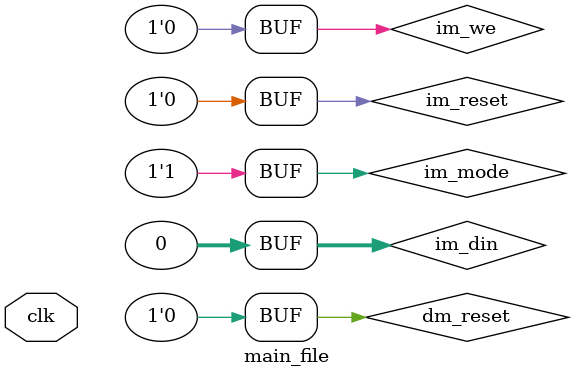
<source format=v>
`include "InstructionMemory.v"
`include "DataMemory.v"
`include "alu.v"
module main_file 
(
    input wire clk
);
reg [31:0] registers [31:0]; // implementing register memory 
wire [31:0] instruction; // instruction memory output
reg [4:0] PC; // program counter
reg im_reset,im_we,im_mode; // instruction memory control signals like reset, write enable and mode
reg [31:0] im_din; // instruction memory data input (This was used to make a call for the instruction memory)
reg dm_reset,dm_we,dm_mode; // data memory control signals like reset, write enable and mode
reg [7:0]dm_add; // data memory address
reg[31:0]dm_din; // data memory data input
wire[31:0]dm_dout; // data memory data output
wire [31:0]alu_output; // ALU output
reg [31:0]alu_A,alu_B; // ALU inputs
reg [3:0]alu_op; // ALU operation
integer i; // for loop counter
ALU instance0(alu_A,alu_B,alu_op,alu_output); // ALU instance
veda_Instruction instance1(.clk(clk),.reset(im_reset),.write_enable(im_we),.address(PC),.data_in(im_din),.mode(im_mode),.data_out(instruction)); // instruction memory instance
veda_data instance2(.clk(clk),.reset(dm_reset),.write_enable(dm_we),.address(dm_add),.data_in(dm_din),.mode(dm_mode),.data_out(dm_dout)); // data memory instance
        // initial block
initial begin 
    im_reset=1'b0;
    dm_reset=1'b0;
    im_we=1'b0;
    dm_we=1'b0;
    im_mode=1'b1;
    dm_mode=1'b1;
    PC=8'b0;
    im_din=32'b0;
    dm_din=32'b0;
    dm_add=8'b0;
    registers[0]=32'b0; // $zero
    registers[23]=32'd63; // $sp
    registers[9] = 32'd0; // $s0 = address of array 
    registers[10] = 32'd11; // $s1 = size of array (= 11 in our example)
end
         // always block
always@(posedge clk)
    begin
        case(instruction[31:26])
        6'd0: begin
            //implement add,sub,addu,subu,and,or,sll,slt,srl, ***jr***
            case(instruction[5:0])
            6'b000000: begin
                //implement sll
                for(i=0;i<32;i=i+1)
                begin
                    registers[i]<=registers[i];
                end
                alu_A=registers[instruction[20:16]];
                alu_B=instruction[10:6];
                alu_op=4'b0101;
                #10
                registers[instruction[15:11]]=alu_output;
                dm_we=1'b0;
                dm_din=32'b0;
                dm_mode=1'b1;
                dm_add=8'b0;
                PC=PC+1;
            end
            6'b100000:begin
                //implement add
                for(i=0;i<32;i=i+1)begin
                    registers[i]=registers[i];
                end
                alu_A=registers[instruction[20:16]];
                alu_B=registers[instruction[25:21]];
                alu_op=4'b0001;
                #10
                registers[instruction[15:11]]=alu_output;
                dm_we=1'b0;
                dm_din=32'b0;
                dm_mode=1'b1;
                dm_add=8'b0;
                PC=PC+1;
            end
            6'b100001:begin
                //implement addu
                for(i=0;i<32;i=i+1)begin
                    registers[i]=registers[i];
                end   
                alu_A=registers[instruction[20:16]];
                alu_B=registers[instruction[25:21]];
                alu_op=4'b0001;
                registers[instruction[15:11]]=alu_output;
                dm_we=1'b0;
                dm_din=32'b0;
                dm_mode=1'b1;
                dm_add=8'b0;
                PC=PC+1;
            end
            6'b100010:begin
                //implement sub
                for(i=0;i<32;i=i+1)begin
                    registers[i]=registers[i];
                end
                alu_A=registers[instruction[20:16]];
                alu_B=registers[instruction[25:21]];
                alu_op=4'b0010;
                registers[instruction[15:11]]=alu_output;
                dm_we=1'b0;
                dm_din=32'b0;
                dm_mode=1'b1;
                dm_add=8'b0;
                PC=PC+1;
            end
            6'b100011:begin
                //implement subu
                for(i=0;i<32;i=i+1)begin
                    registers[i]=registers[i];
                end
                alu_A=registers[instruction[20:16]];
                alu_B=registers[instruction[25:21]];
                alu_op=4'b0010;
                registers[instruction[15:11]]=alu_output;
                dm_we=1'b0;
                dm_din=32'b0;
                dm_mode=1'b1;
                dm_add=8'b0;
                PC=PC+1;
            end
            6'b100100:begin
                //implement and
                for(i=0;i<32;i=i+1)begin
                    registers[i]=registers[i];
                end
                alu_A=registers[instruction[20:16]];
                alu_B=registers[instruction[25:21]];
                alu_op=4'b0011;
                registers[instruction[15:11]]=alu_output;
                dm_we=1'b0;
                dm_din=32'b0;
                dm_mode=1'b1;
                dm_add=8'b0;
                PC=PC+1;
            end
            6'b100101:begin
                //implement or
                for(i=0;i<32;i=i+1)begin
                    registers[i]=registers[i];
                end
                alu_A=registers[instruction[20:16]];
                alu_B=registers[instruction[25:21]];
                alu_op=4'b0100;
                registers[instruction[15:11]]=alu_output;
                dm_we=1'b0;
                dm_din=32'b0;
                dm_mode=1'b1;
                dm_add=8'b0;
                PC=PC+1;
            end
            6'b011000:begin
                //implement slt
                for(i=0;i<32;i=i+1)begin
                    registers[i]=registers[i];
                end
                alu_A=registers[instruction[20:16]];
                alu_B=registers[instruction[25:21]];
                alu_op=4'b1000;
                registers[instruction[15:11]]=alu_output;
                dm_we=1'b0;
                dm_din=32'b0;
                dm_mode=1'b1;
                dm_add=8'b0;
                PC=PC+1;
            end
            6'd000010:begin
                //implement srl
                for(i=0;i<32;i=i+1)begin
                    registers[i]=registers[i];
                end
                alu_A=registers[instruction[20:16]];
                alu_B=instruction[10:6];
                alu_op=4'b0110;
                registers[instruction[15:11]]=alu_output;
                dm_we=1'b0;
                dm_din=32'b0;
                dm_mode=1'b1;
                dm_add=8'b0;
                PC=PC+1;
            end
            6'b001000:begin
                //implement jr
                for(i=0;i<32;i=i+1)begin
                    registers[i]=registers[i];
                end
                alu_A=32'b0;
                alu_B=32'b0;
                alu_op=4'b0000;
                dm_we=1'b0;
                dm_din=32'b0;
                dm_mode=1'b1;
                PC=PC+1;
                //printing the output only once when the program ends
                for(i=0;i<45;i=i+4)
                begin
                    dm_add=i;
                    #10
                    $display(dm_dout);
                end
                
            end
            default : begin
                for(i=0;i<32;i=i+1)begin
                    registers[i]=registers[i];
                end
                alu_A=32'd0;
                alu_B=32'd0;
                alu_op=4'b0000;
                dm_we=1'b0;
                dm_din=32'd0;
                dm_mode=1'b1;
                dm_add=8'd0;
                PC=PC+1;    
            end
            endcase
        end
        6'b001000: begin
        //implement addi
            for(i=0;i<32;i=i+1)begin
                    registers[i]=registers[i];
                end
            alu_A=registers[instruction[25:21]];
            alu_B=instruction[15:0];
            alu_op=4'b0001;
            #10
            registers[instruction[20:16]]=alu_output;
            dm_we=1'b0;
            dm_din=32'd0;
            dm_mode=1'b1;
            dm_add=8'd0;
            PC=PC+1;
        end
        6'b001001: begin
            //implement addiu
            for(i=0;i<32;i=i+1)begin
                    registers[i]=registers[i];
                end
            alu_A=registers[instruction[25:21]];
            alu_B=instruction[15:0];
            alu_op=4'b0001;
            registers[instruction[20:16]]=alu_output;
            dm_we=1'b0;
            dm_din=32'd0;
            dm_mode=1'b1;
            dm_add=8'd0;
            PC=PC+1;
        end
        6'b001100:begin
        //implement andi
            for(i=0;i<32;i=i+1)begin
                    registers[i]=registers[i];
                end
            alu_A=registers[instruction[25:21]];
            alu_B=instruction[15:0];
            alu_op=4'b0011;
            registers[instruction[20:16]]=alu_output;
            dm_we=1'b0;
            dm_din=32'd0;
            dm_mode=1'b1;
            dm_add=8'd0;
            PC=PC+1;
        end
        6'b001101:begin
        //implement ori
            for(i=0;i<32;i=i+1)begin
                    registers[i]=registers[i];
                end
            alu_A=registers[instruction[25:21]];
            alu_B=instruction[15:0];
            alu_op=4'b0100;
            registers[instruction[20:16]]=alu_output;
            dm_we=1'b0;
            dm_din=32'd0;
            dm_mode=1'b1;
            dm_add=8'd0;
            PC=PC+1;
        end
        6'b100011:begin
            //implement lw
            for(i=0;i<32;i=i+1)begin
                    registers[i]=registers[i];
                end
            alu_A=registers[instruction[25:21]];
            alu_B=instruction[15:0];
            alu_op=4'b0001;
            #10
            dm_add=alu_output;
            dm_mode=1'b1;
            #10
            registers[instruction[20:16]]=dm_dout;
            dm_we=dm_we;
            dm_din=dm_din;
            PC=PC+1;
        end
        6'b101010:begin
            //implement sw
            for(i=0;i<32;i=i+1)begin
                    registers[i]=registers[i];
                end
            alu_A=registers[instruction[25:21]];
            alu_B=instruction[15:0];
            alu_op=4'b0001;
            #10
            dm_add=alu_output;
            dm_mode=1'b0;
            dm_we=1'b1;
            dm_din=registers[instruction[20:16]];
            #10
            dm_mode=1'b1;
            dm_we=1'b1;
            PC=PC+1;
        end
        6'b000100:begin
            //implement beq

            for(i=0;i<32;i=i+1)begin
                    registers[i]=registers[i];
                end
            alu_A=registers[instruction[25:21]];
            alu_B=registers[instruction[20:16]];
            alu_op=4'b0111;
            dm_we=1'b0;
            dm_din=32'd0;
            dm_mode=1'b1;
            dm_add=8'd0;
            PC=alu_output ? PC+instruction[15:0] : PC+1;
        end
        6'b000101:begin
            //implement bne
            for(i=0;i<32;i=i+1)begin
                    registers[i]=registers[i];
                end
            alu_A=registers[instruction[25:21]];
            alu_B=registers[instruction[20:16]];
            alu_op=4'b0111;
            dm_we=1'b0;
            dm_din=32'd0;
            dm_mode=1'b1;
            dm_add=8'd0;
            PC=alu_output ? PC+1 : PC+instruction[15:0];
        end
        6'b010111:begin
            //implement bgt
            for(i=0;i<32;i=i+1)begin
                    registers[i]=registers[i];
                end
            alu_A=registers[instruction[20:16]];
            alu_B=registers[instruction[25:21]];
            alu_op=4'b1000;
            dm_we=1'b0;
            dm_din=32'd0;
            dm_mode=1'b1;
            dm_add=8'd0;
            PC=alu_output ? PC+instruction[15:0] : PC+1;
        end
        6'b011101:begin
            //implement bgte
            for(i=0;i<32;i=i+1)begin
                    registers[i]=registers[i];
                end
            alu_A=registers[instruction[25:21]];
            alu_B=registers[instruction[20:16]];
            alu_op=4'b1000;
            #10
            dm_we=1'b0;
            dm_din=32'd0;
            dm_mode=1'b1;
            dm_add=8'd0;
            PC=alu_output ? PC+1 : PC+instruction[15:0];
        end
        6'b101001:begin
            //implement ble
            for(i=0;i<32;i=i+1)begin
                    registers[i]=registers[i];
                end
            alu_A=registers[instruction[25:21]];
            alu_B=registers[instruction[20:16]];
            alu_op=4'b1000;
            dm_we=1'b0;
            dm_din=32'd0;
            dm_mode=1'b1;
            dm_add=8'd0;
            PC=alu_output ? PC+instruction[15:0] : PC+1;
        end
        6'b101011:begin
            //implement bleq
            for(i=0;i<32;i=i+1)begin
                    registers[i]=registers[i];
                end
            alu_A=registers[instruction[25:21]];
            alu_B=registers[instruction[20:16]];
            alu_op=4'b1001;
            #10
            dm_we=1'b0;
            dm_din=32'd0;
            dm_mode=1'b1;
            dm_add=8'd0;
            PC=alu_output ? PC+1 : PC+instruction[15:0];
        end
        6'b000010:begin
            //implement j
            for(i=0;i<32;i=i+1)begin
                    registers[i]=registers[i];
                end
            alu_A=32'b0;
            alu_B=32'b0;;
            alu_op=4'b0000;
            #10
            dm_we=1'b0;
            dm_din=32'd0;
            dm_mode=1'b1;
            dm_add=8'd0;
            PC = instruction[25:0];
        end
        6'd000011:begin
            //implement jal
            // ra<=CP;
            for(i=0;i<32;i=i+1)begin
                    registers[i]=registers[i];
                end
            alu_A=32'd0;
            alu_B=32'd0;;
            alu_op=4'b0000;
            dm_we=1'b0;
            dm_din=32'd0;
            dm_mode=1'b1;
            dm_add=8'd0;
            registers[24]=PC+1;
            PC=instruction[25:0];
        end
        6'b001010:begin
            //implement slti
            for(i=0;i<32;i=i+1)begin
                    registers[i]=registers[i];
                end
                alu_A=registers[instruction[25:21]];
                alu_B=instruction[15:0];
                alu_op=4'b1000;
                registers[instruction[20:16]]=alu_output;
                dm_we=1'b0;
                dm_din=32'd0;
                dm_mode=1'b1;
                dm_add=8'd0;
                PC=PC+1;
        end
        default: begin
            for(i=0;i<32;i=i+1)begin
                    registers[i]=registers[i];
                end
                alu_A=32'd0;
                alu_B=32'd0;
                alu_op=4'b0000;
                dm_we=1'b0;
                dm_din=32'd0;
                dm_mode=1'b1;
                dm_add=8'd0;
                PC=PC;
        end
        endcase
    end
endmodule

</source>
